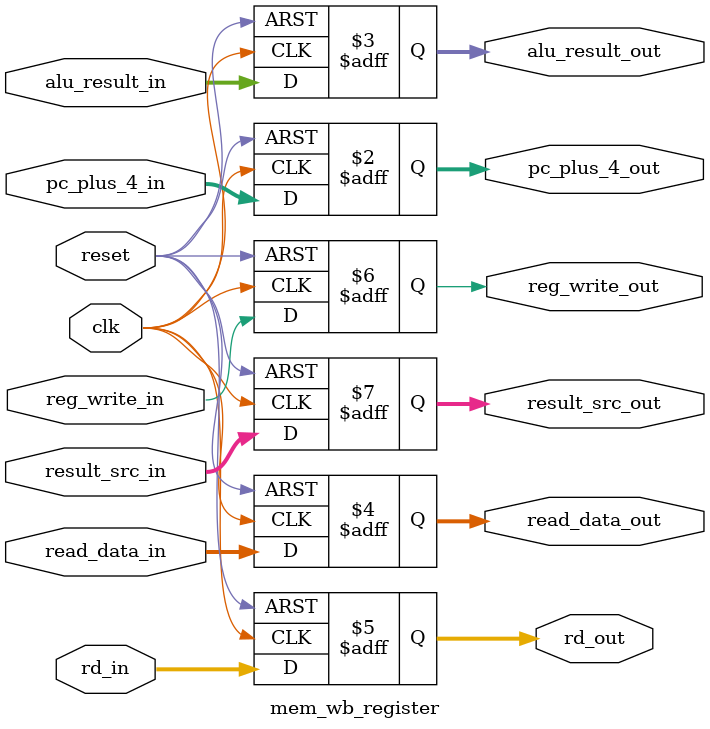
<source format=v>
module mem_wb_register (
    input wire clk,
    input wire reset,

    // Inputs from MEM stage
    input wire [31:0] pc_plus_4_in,
    input wire [31:0] alu_result_in,
    input wire [31:0] read_data_in,   // Data read from Data Memory
    input wire [4:0]  rd_in,          // Destination register address
    input wire        reg_write_in,   // Register write enable
    input wire [1:0]  result_src_in,  // Source for write-back data

    // Outputs to WB stage
    output reg [31:0] pc_plus_4_out,
    output reg [31:0] alu_result_out,
    output reg [31:0] read_data_out,
    output reg [4:0]  rd_out,
    output reg        reg_write_out,
    output reg [1:0]  result_src_out
);

    // Standard pipeline register logic
    always @(posedge clk or posedge reset) begin // Corrected 'always' keyword
        if (reset) begin
            pc_plus_4_out <= 32'b0;
            alu_result_out <= 32'b0;
            read_data_out <= 32'b0;
            rd_out <= 5'b0;
            reg_write_out <= 1'b0;
            result_src_out <= 2'b00;
        end else begin
            pc_plus_4_out <= pc_plus_4_in;
            alu_result_out <= alu_result_in;
            read_data_out <= read_data_in;
            rd_out <= rd_in;
            reg_write_out <= reg_write_in;
            result_src_out <= result_src_in;
        end
    end

endmodule
</source>
